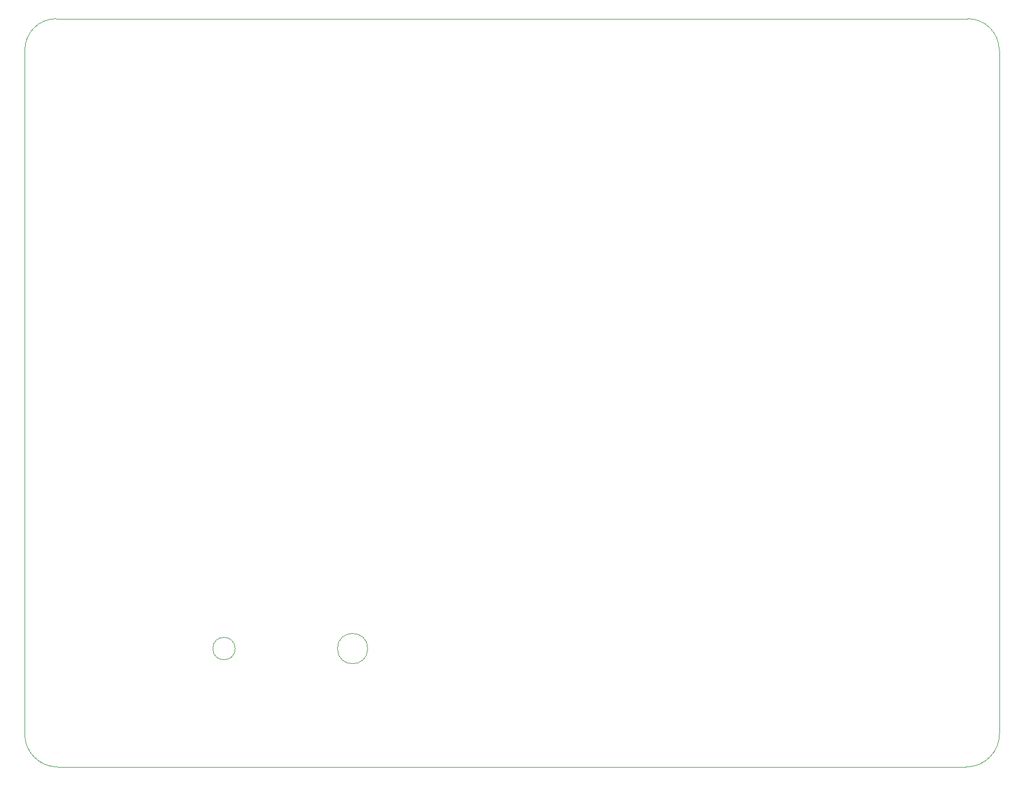
<source format=gbr>
%TF.GenerationSoftware,KiCad,Pcbnew,7.0.1*%
%TF.CreationDate,2023-05-06T23:45:57+02:00*%
%TF.ProjectId,PUE_mainboard,5055455f-6d61-4696-9e62-6f6172642e6b,rev?*%
%TF.SameCoordinates,Original*%
%TF.FileFunction,Profile,NP*%
%FSLAX46Y46*%
G04 Gerber Fmt 4.6, Leading zero omitted, Abs format (unit mm)*
G04 Created by KiCad (PCBNEW 7.0.1) date 2023-05-06 23:45:57*
%MOMM*%
%LPD*%
G01*
G04 APERTURE LIST*
%TA.AperFunction,Profile*%
%ADD10C,0.100000*%
%TD*%
%TA.AperFunction,Profile*%
%ADD11C,0.050000*%
%TD*%
G04 APERTURE END LIST*
D10*
X72000000Y-87000000D02*
X210250000Y-87000000D01*
X209985534Y-200564466D02*
X72235534Y-200564466D01*
X72000000Y-87000000D02*
G75*
G03*
X67250000Y-91750000I0J-4750000D01*
G01*
X67235534Y-195564466D02*
G75*
G03*
X72235534Y-200564466I4999966J-34D01*
G01*
X209985534Y-200564499D02*
G75*
G03*
X215050020Y-195514466I14466J5049999D01*
G01*
X215000000Y-91750000D02*
G75*
G03*
X210250000Y-87000000I-4750000J0D01*
G01*
X67235534Y-195564466D02*
X67250000Y-91750000D01*
X215000000Y-91750000D02*
X215050020Y-195514466D01*
D11*
%TO.C,F1*%
X119250000Y-182600000D02*
G75*
G03*
X119250000Y-182600000I-2300000J0D01*
G01*
X99150000Y-182600000D02*
G75*
G03*
X99150000Y-182600000I-1700000J0D01*
G01*
%TD*%
M02*

</source>
